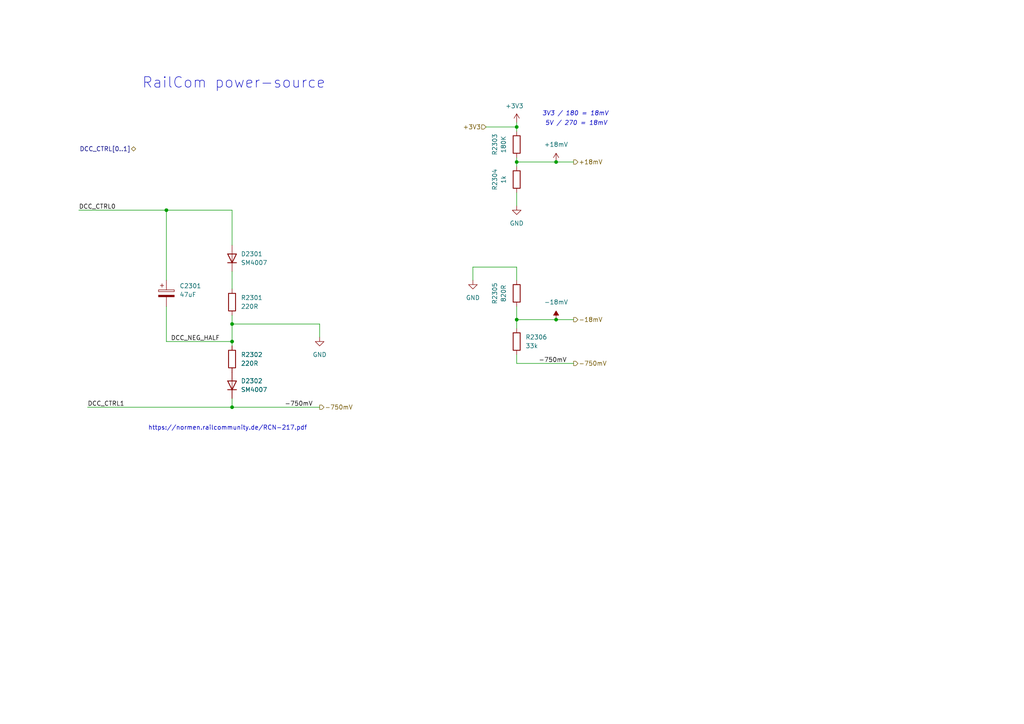
<source format=kicad_sch>
(kicad_sch (version 20231120) (generator "eeschema") (generator_version "8.0")
  (paper "A4")
  (lib_symbols
    (symbol "Device:C_Polarized" (pin_numbers hide) (pin_names (offset 0.254))
      (property "Reference" "C" (at 0.635 2.54 0))
      (property "Value" "C_Polarized" (at 0.635 -2.54 0))
      (symbol "C_Polarized_0_1"
        (rectangle (start -2.286 0.508) (end 2.286 1.016))
        (polyline (pts (xy -1.778 2.286) (xy -0.762 2.286)))
        (polyline (pts (xy -1.27 2.794) (xy -1.27 1.778)))
        (rectangle (start 2.286 -0.508) (end -2.286 -1.016) (fill (type outline)))
      )
      (symbol "C_Polarized_1_1"
        (pin passive line (at 0 3.81 270) (length 2.794) (name "~") (number "1"))
        (pin passive line (at 0 -3.81 90) (length 2.794) (name "~") (number "2"))
      )
    )
    (symbol "Device:R" (pin_numbers hide) (pin_names (offset 0))
      (property "Reference" "R" (at 2.032 0 90))
      (property "Value" "R" (at 0 0 90))
      (symbol "R_0_1"
        (rectangle (start -1.016 -2.54) (end 1.016 2.54) (stroke (width 0.254)))
      )
      (symbol "R_1_1"
        (pin passive line (at 0 3.81 270) (length 1.27) (name "~") (number "1"))
        (pin passive line (at 0 -3.81 90) (length 1.27) (name "~") (number "2"))
      )
    )
    (symbol "Diode:SM4007" (pin_numbers hide) (pin_names hide)
      (property "Reference" "D" (at 0 2.54 0))
      (property "Value" "SM4007" (at 0 -2.54 0))
      (symbol "SM4007_0_1"
        (polyline (pts (xy -1.27 1.27) (xy -1.27 -1.27)) (stroke (width 0.254)))
        (polyline (pts (xy 1.27 0) (xy -1.27 0)))
        (polyline (pts (xy 1.27 1.27) (xy 1.27 -1.27) (xy -1.27 0) (xy 1.27 1.27)) (stroke (width 0.254)))
      )
      (symbol "SM4007_1_1"
        (pin passive line (at -3.81 0 0) (length 2.54) (name "K") (number "1"))
        (pin passive line (at 3.81 0 180) (length 2.54) (name "A") (number "2"))
      )
    )
    (symbol "power:+5V" (power) (pin_names (offset 0))
      (property "Value" "+5V" (at 0 3.556 0))
      (symbol "+5V_0_1"
        (polyline (pts (xy -0.762 1.27) (xy 0 2.54)))
        (polyline (pts (xy 0 0) (xy 0 2.54)))
        (polyline (pts (xy 0 2.54) (xy 0.762 1.27)))
      )
      (symbol "+5V_1_1"
        (pin power_in line (at 0 0 90) (length 0) hide (name "+5V") (number "1"))
      )
    )
    (symbol "power:-5V" (power) (pin_names (offset 0))
      (property "Value" "-5V" (at 0 3.81 0))
      (symbol "-5V_0_0"
        (pin power_in line (at 0 0 90) (length 0) hide (name "-5V") (number "1"))
      )
      (symbol "-5V_0_1"
        (polyline (pts (xy 0 0) (xy 0 1.27) (xy 0.762 1.27) (xy 0 2.54) (xy -0.762 1.27) (xy 0 1.27)) (fill (type outline)))
      )
    )
    (symbol "power:GND" (power) (pin_names (offset 0))
      (property "Value" "GND" (at 0 -3.81 0))
      (symbol "GND_0_1"
        (polyline (pts (xy 0 0) (xy 0 -1.27) (xy 1.27 -1.27) (xy 0 -2.54) (xy -1.27 -1.27) (xy 0 -1.27)))
      )
      (symbol "GND_1_1"
        (pin power_in line (at 0 0 270) (length 0) hide (name "GND") (number "1"))
      )
    )
  )
  (junction (at 149.86 92.71))
  (junction (at 48.26 60.96))
  (junction (at 149.86 36.83))
  (junction (at 67.31 99.06))
  (junction (at 149.86 46.99))
  (junction (at 161.29 46.99))
  (junction (at 67.31 93.98))
  (junction (at 161.29 92.71))
  (junction (at 67.31 118.11))
  (wire (pts (xy 67.31 118.11) (xy 92.71 118.11)))
  (wire (pts (xy 67.31 71.12) (xy 67.31 60.96)))
  (wire (pts (xy 149.86 92.71) (xy 161.29 92.71)))
  (wire (pts (xy 48.26 60.96) (xy 67.31 60.96)))
  (wire (pts (xy 67.31 78.74) (xy 67.31 83.82)))
  (wire (pts (xy 149.86 55.88) (xy 149.86 59.69)))
  (wire (pts (xy 67.31 91.44) (xy 67.31 93.98)))
  (wire (pts (xy 137.16 77.47) (xy 137.16 81.28)))
  (wire (pts (xy 48.26 60.96) (xy 48.26 81.28)))
  (wire (pts (xy 149.86 46.99) (xy 161.29 46.99)))
  (wire (pts (xy 140.97 36.83) (xy 149.86 36.83)))
  (wire (pts (xy 161.29 92.71) (xy 166.37 92.71)))
  (wire (pts (xy 149.86 45.72) (xy 149.86 46.99)))
  (wire (pts (xy 149.86 105.41) (xy 166.37 105.41)))
  (wire (pts (xy 149.86 46.99) (xy 149.86 48.26)))
  (wire (pts (xy 161.29 46.99) (xy 166.37 46.99)))
  (wire (pts (xy 67.31 93.98) (xy 67.31 99.06)))
  (wire (pts (xy 137.16 77.47) (xy 149.86 77.47)))
  (wire (pts (xy 48.26 88.9) (xy 48.26 99.06)))
  (wire (pts (xy 48.26 99.06) (xy 67.31 99.06)))
  (wire (pts (xy 149.86 35.56) (xy 149.86 36.83)))
  (wire (pts (xy 92.71 93.98) (xy 92.71 97.79)))
  (wire (pts (xy 149.86 95.25) (xy 149.86 92.71)))
  (wire (pts (xy 67.31 93.98) (xy 92.71 93.98)))
  (wire (pts (xy 149.86 81.28) (xy 149.86 77.47)))
  (wire (pts (xy 149.86 36.83) (xy 149.86 38.1)))
  (wire (pts (xy 149.86 88.9) (xy 149.86 92.71)))
  (wire (pts (xy 149.86 102.87) (xy 149.86 105.41)))
  (wire (pts (xy 25.4 118.11) (xy 67.31 118.11)))
  (wire (pts (xy 22.86 60.96) (xy 48.26 60.96)))
  (wire (pts (xy 67.31 115.57) (xy 67.31 118.11)))
  (wire (pts (xy 67.31 100.33) (xy 67.31 99.06)))
  (text "https://normen.railcommunity.de/RCN-217.pdf" (at 66.04 124.206 0) (effects (font (size 1.27 1.27))))
  (text "RailCom power-source" (at 67.818 24.13 0) (effects (font (size 3.048 3.048))))
  (text "3V3 / 180 = 18mV" (at 166.878 33.02 0) (effects (font (size 1.27 1.27) (italic yes))))
  (text "5V / 270 = 18mV" (at 167.132 35.814 0) (effects (font (size 1.27 1.27) (italic yes))))
  (label "-750mV" (at 156.21 105.41 0))
  (label "DCC_CTRL1" (at 25.4 118.11 0))
  (label "DCC_NEG_HALF" (at 49.53 99.06 0))
  (label "DCC_CTRL0" (at 22.86 60.96 0))
  (label "-750mV" (at 82.55 118.11 0))
  (hierarchical_label "DCC_CTRL[0..1]" (shape bidirectional) (at 39.37 43.18 180))
  (hierarchical_label "+3V3" (shape input) (at 140.97 36.83 180))
  (hierarchical_label "-750mV" (shape output) (at 166.37 105.41 0))
  (hierarchical_label "-18mV" (shape output) (at 166.37 92.71 0))
  (hierarchical_label "+18mV" (shape output) (at 166.37 46.99 0))
  (hierarchical_label "-750mV" (shape output) (at 92.71 118.11 0))
  (symbol (lib_id "Device:C_Polarized") (at 48.26 85.09 0) (unit 1)
    (property "Reference" "C2301" (at 52.07 82.9309 0) (effects (justify left)))
    (property "Value" "47uF" (at 52.07 85.4709 0) (effects (justify left)))
    (property "Footprint" "Capacitor_SMD:C_0805_2012Metric_Pad1.18x1.45mm_HandSolder" (effects (hide yes)))
    (property "Description" "Polarized capacitor" (effects (hide yes)))
    (property "OLI_ID" "47uf_0805" (effects (hide yes)))
  )
  (symbol (lib_id "power:+5V") (at 161.29 46.99 0) (unit 1)
    (property "Reference" "#PWR02305" (effects (hide yes)))
    (property "Value" "+18mV" (at 161.29 41.91 0))
    (property "Description" "Power symbol creates a global label with name \"+5V\"" (effects (hide yes)))
  )
  (symbol (lib_id "Device:R") (at 67.31 104.14 0) (unit 1)
    (property "Reference" "R2302" (at 69.85 102.8699 0) (effects (justify left)))
    (property "Value" "220R" (at 69.85 105.4099 0) (effects (justify left)))
    (property "Footprint" "Resistor_SMD:R_0805_2012Metric_Pad1.20x1.40mm_HandSolder" (effects (hide yes)))
    (property "Description" "Resistor" (effects (hide yes)))
    (property "OLI_ID" "220R_0805" (effects (hide yes)))
  )
  (symbol (lib_id "Device:R") (at 149.86 99.06 0) (unit 1)
    (property "Reference" "R2306" (at 152.4 97.7899 0) (effects (justify left)))
    (property "Value" "33k" (at 152.4 100.3299 0) (effects (justify left)))
    (property "Footprint" "Resistor_SMD:R_0805_2012Metric_Pad1.20x1.40mm_HandSolder" (effects (hide yes)))
    (property "Description" "Resistor" (effects (hide yes)))
    (property "OLI_ID" "33k_0805" (effects (hide yes)))
  )
  (symbol (lib_id "power:GND") (at 149.86 59.69 0) (unit 1)
    (property "Reference" "#PWR02304" (effects (hide yes)))
    (property "Value" "GND" (at 149.86 64.77 0))
    (property "Description" "Power symbol creates a global label with name \"GND\" , ground" (effects (hide yes)))
  )
  (symbol (lib_id "power:GND") (at 92.71 97.79 0) (unit 1)
    (property "Reference" "#PWR02301" (effects (hide yes)))
    (property "Value" "GND" (at 92.71 102.87 0))
    (property "Description" "Power symbol creates a global label with name \"GND\" , ground" (effects (hide yes)))
  )
  (symbol (lib_id "Diode:SM4007") (at 67.31 111.76 90) (unit 1)
    (property "Reference" "D2302" (at 69.85 110.4899 90) (effects (justify right)))
    (property "Value" "SM4007" (at 69.85 113.0299 90) (effects (justify right)))
    (property "Footprint" "Diode_SMD:D_SMA-SMB_Universal_Handsoldering" (effects (hide yes)))
    (property "Datasheet" "http://cdn-reichelt.de/documents/datenblatt/A400/SMD1N400%23DIO.pdf" (effects (hide yes)))
    (property "Description" "1000V 1A General Purpose Rectifier Diode, MELF" (effects (hide yes)))
    (property "Sim.Device" "D" (effects (hide yes)))
    (property "Sim.Pins" "1=K 2=A" (effects (hide yes)))
    (property "OLI_ID" "SM4007PL_SOD-123" (effects (hide yes)))
  )
  (symbol (lib_id "power:-5V") (at 161.29 92.71 0) (unit 1)
    (property "Reference" "#PWR02306" (effects (hide yes)))
    (property "Value" "-18mV" (at 161.29 87.63 0))
    (property "Description" "Power symbol creates a global label with name \"-5V\"" (effects (hide yes)))
  )
  (symbol (lib_id "power:GND") (at 137.16 81.28 0) (unit 1)
    (property "Reference" "#PWR02302" (effects (hide yes)))
    (property "Value" "GND" (at 137.16 86.36 0))
    (property "Description" "Power symbol creates a global label with name \"GND\" , ground" (effects (hide yes)))
  )
  (symbol (lib_id "Device:R") (at 149.86 41.91 0) (mirror x) (unit 1)
    (property "Reference" "R2303" (at 143.51 41.91 90))
    (property "Value" "180K" (at 146.05 41.91 90))
    (property "Footprint" "Resistor_SMD:R_0805_2012Metric_Pad1.20x1.40mm_HandSolder" (effects (hide yes)))
    (property "Description" "Resistor" (effects (hide yes)))
    (property "OLI_ID" "220k_0805" (effects (hide yes)))
  )
  (symbol (lib_id "power:+5V") (at 149.86 35.56 0) (unit 1)
    (property "Reference" "#PWR02303" (effects (hide yes)))
    (property "Value" "+3V3" (at 146.558 30.734 0) (effects (justify left)))
    (property "Description" "Power symbol creates a global label with name \"+5V\"" (effects (hide yes)))
  )
  (symbol (lib_id "Device:R") (at 149.86 52.07 0) (mirror x) (unit 1)
    (property "Reference" "R2304" (at 143.51 52.07 90))
    (property "Value" "1k" (at 146.05 52.07 90))
    (property "Footprint" "Resistor_SMD:R_0805_2012Metric_Pad1.20x1.40mm_HandSolder" (effects (hide yes)))
    (property "Description" "Resistor" (effects (hide yes)))
    (property "OLI_ID" "1k_0805" (effects (hide yes)))
  )
  (symbol (lib_id "Device:R") (at 67.31 87.63 0) (unit 1)
    (property "Reference" "R2301" (at 69.85 86.3599 0) (effects (justify left)))
    (property "Value" "220R" (at 69.85 88.8999 0) (effects (justify left)))
    (property "Footprint" "Resistor_SMD:R_0805_2012Metric_Pad1.20x1.40mm_HandSolder" (effects (hide yes)))
    (property "Description" "Resistor" (effects (hide yes)))
    (property "OLI_ID" "220R_0805" (effects (hide yes)))
  )
  (symbol (lib_id "Device:R") (at 149.86 85.09 0) (mirror x) (unit 1)
    (property "Reference" "R2305" (at 143.51 85.09 90))
    (property "Value" "820R" (at 146.05 85.09 90))
    (property "Footprint" "Resistor_SMD:R_0805_2012Metric_Pad1.20x1.40mm_HandSolder" (effects (hide yes)))
    (property "Description" "Resistor" (effects (hide yes)))
    (property "OLI_ID" "820R_0805" (effects (hide yes)))
  )
  (symbol (lib_id "Diode:SM4007") (at 67.31 74.93 90) (unit 1)
    (property "Reference" "D2301" (at 69.85 73.6599 90) (effects (justify right)))
    (property "Value" "SM4007" (at 69.85 76.1999 90) (effects (justify right)))
    (property "Footprint" "Diode_SMD:D_SMA-SMB_Universal_Handsoldering" (effects (hide yes)))
    (property "Datasheet" "http://cdn-reichelt.de/documents/datenblatt/A400/SMD1N400%23DIO.pdf" (effects (hide yes)))
    (property "Description" "1000V 1A General Purpose Rectifier Diode, MELF" (effects (hide yes)))
    (property "Sim.Device" "D" (effects (hide yes)))
    (property "Sim.Pins" "1=K 2=A" (effects (hide yes)))
    (property "OLI_ID" "SM4007PL_SOD-123" (effects (hide yes)))
  )
)
</source>
